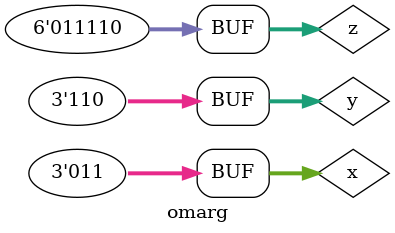
<source format=v>
module omarg;
reg[2:0] x ;
reg[2:0] y ;
reg[5:0] z ;


initial begin
x = 011 ;
y = 110 ;
z[5:3] =x ;
z[2:0] = y ;
end



endmodule

</source>
